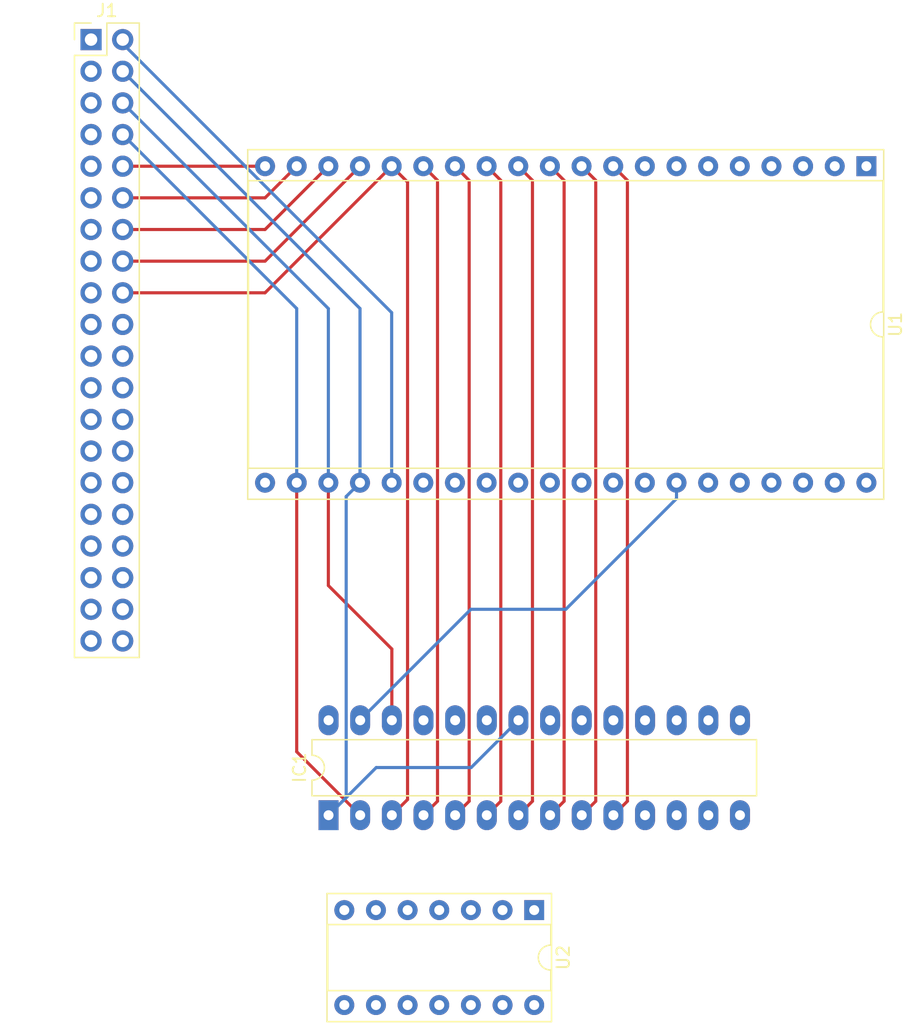
<source format=kicad_pcb>
(kicad_pcb (version 20211014) (generator pcbnew)
  (layers (0 "F.Cu" signal) (1 "In1.Cu" signal) (2 "In2.Cu" signal) (3 "In3.Cu" signal) (4 "In4.Cu" signal) (31 "B.Cu" signal) (34 "B.Paste" user) (35 "F.Paste" user) (36 "B.SilkS" user "B.Silkscreen") (37 "F.SilkS" user "F.Silkscreen") (38 "B.Mask" user) (39 "F.Mask" user) (44 "Edge.Cuts" user))
  (net 0 "")
  (net 17 "/A14")
  (net 18 "/A12")
  (net 19 "/A7")
  (net 20 "/A6")
  (net 21 "/A5")
  (net 22 "/A4")
  (net 23 "/A3")
  (net 24 "/A2")
  (net 25 "/A1")
  (net 26 "/A0")
  (net 27 "/D0")
  (net 28 "/D1")
  (net 29 "/D2")
  (net 31 "/D3")
  (net 32 "/D4")
  (net 33 "/D5")
  (net 34 "/D6")
  (net 35 "/D7")
  (net 36 "Net-(IC1-Pad20)")
  (net 37 "/A10")
  (net 38 "/A11")
  (net 39 "/A9")
  (net 40 "/A8")
  (net 41 "/A13")
  (net 42 "/R{slash}W")
  (net 44 "/A15")
  (net 45 "/phi2")
  (net 46 "/phi1")
  (net 47 "/irq")
  (net 48 "/nmi")
  (net 49 "/res")
  (net 54 "Net-(U2-Pad3)")
  (footprint "Connector_PinHeader_2.54mm:PinHeader_2x20_P2.54mm_Vertical" (layer "F.Cu") (at 162.56 81.28)
    (fp_text reference "J1" (at 1.27 -2.33) (layer "F.SilkS"))
    (fp_text value "Conn_02x20_Odd_Even")
    (fp_line (start 3.87 -1.33) (end 3.87 49.59) (layer "F.SilkS") (width 0.12))
    (fp_line (start -1.33 -1.33) (end 0 -1.33) (layer "F.SilkS") (width 0.12))
    (fp_line (start -1.33 0) (end -1.33 -1.33) (layer "F.SilkS") (width 0.12))
    (fp_line (start -1.33 49.59) (end 3.87 49.59) (layer "F.SilkS") (width 0.12))
    (fp_line (start -1.33 1.27) (end -1.33 49.59) (layer "F.SilkS") (width 0.12))
    (fp_line (start 1.27 1.27) (end 1.27 -1.33) (layer "F.SilkS") (width 0.12))
    (fp_line (start 1.27 -1.33) (end 3.87 -1.33) (layer "F.SilkS") (width 0.12))
    (fp_line (start -1.33 1.27) (end 1.27 1.27) (layer "F.SilkS") (width 0.12))
    (pad "1" thru_hole rect (at 0 0) (size 1.7 1.7) (drill 1) (layers *.Cu *.Mask) (net 27 "/D0"))
    (pad "2" thru_hole oval (at 2.54 0) (size 1.7 1.7) (drill 1) (layers *.Cu *.Mask) (net 44 "/A15"))
    (pad "3" thru_hole oval (at 0 2.54) (size 1.7 1.7) (drill 1) (layers *.Cu *.Mask) (net 28 "/D1"))
    (pad "4" thru_hole oval (at 2.54 2.54) (size 1.7 1.7) (drill 1) (layers *.Cu *.Mask) (net 17 "/A14"))
    (pad "5" thru_hole oval (at 0 5.08) (size 1.7 1.7) (drill 1) (layers *.Cu *.Mask) (net 29 "/D2"))
    (pad "6" thru_hole oval (at 2.54 5.08) (size 1.7 1.7) (drill 1) (layers *.Cu *.Mask) (net 41 "/A13"))
    (pad "7" thru_hole oval (at 0 7.62) (size 1.7 1.7) (drill 1) (layers *.Cu *.Mask) (net 31 "/D3"))
    (pad "8" thru_hole oval (at 2.54 7.62) (size 1.7 1.7) (drill 1) (layers *.Cu *.Mask) (net 18 "/A12"))
    (pad "9" thru_hole oval (at 0 10.16) (size 1.7 1.7) (drill 1) (layers *.Cu *.Mask) (net 32 "/D4"))
    (pad "10" thru_hole oval (at 2.54 10.16) (size 1.7 1.7) (drill 1) (layers *.Cu *.Mask) (net 38 "/A11"))
    (pad "11" thru_hole oval (at 0 12.7) (size 1.7 1.7) (drill 1) (layers *.Cu *.Mask) (net 33 "/D5"))
    (pad "12" thru_hole oval (at 2.54 12.7) (size 1.7 1.7) (drill 1) (layers *.Cu *.Mask) (net 37 "/A10"))
    (pad "13" thru_hole oval (at 0 15.24) (size 1.7 1.7) (drill 1) (layers *.Cu *.Mask) (net 34 "/D6"))
    (pad "14" thru_hole oval (at 2.54 15.24) (size 1.7 1.7) (drill 1) (layers *.Cu *.Mask) (net 39 "/A9"))
    (pad "15" thru_hole oval (at 0 17.78) (size 1.7 1.7) (drill 1) (layers *.Cu *.Mask) (net 35 "/D7"))
    (pad "16" thru_hole oval (at 2.54 17.78) (size 1.7 1.7) (drill 1) (layers *.Cu *.Mask) (net 40 "/A8"))
    (pad "17" thru_hole oval (at 0 20.32) (size 1.7 1.7) (drill 1) (layers *.Cu *.Mask) (net 42 "/R{slash}W"))
    (pad "18" thru_hole oval (at 2.54 20.32) (size 1.7 1.7) (drill 1) (layers *.Cu *.Mask) (net 19 "/A7"))
    (pad "19" thru_hole oval (at 0 22.86) (size 1.7 1.7) (drill 1) (layers *.Cu *.Mask) (net 45 "/phi2"))
    (pad "20" thru_hole oval (at 2.54 22.86) (size 1.7 1.7) (drill 1) (layers *.Cu *.Mask) (net 20 "/A6"))
    (pad "21" thru_hole oval (at 0 25.4) (size 1.7 1.7) (drill 1) (layers *.Cu *.Mask) (net 46 "/phi1"))
    (pad "22" thru_hole oval (at 2.54 25.4) (size 1.7 1.7) (drill 1) (layers *.Cu *.Mask) (net 21 "/A5"))
    (pad "23" thru_hole oval (at 0 27.94) (size 1.7 1.7) (drill 1) (layers *.Cu *.Mask) (net 47 "/irq"))
    (pad "24" thru_hole oval (at 2.54 27.94) (size 1.7 1.7) (drill 1) (layers *.Cu *.Mask) (net 22 "/A4"))
    (pad "25" thru_hole oval (at 0 30.48) (size 1.7 1.7) (drill 1) (layers *.Cu *.Mask) (net 48 "/nmi"))
    (pad "26" thru_hole oval (at 2.54 30.48) (size 1.7 1.7) (drill 1) (layers *.Cu *.Mask) (net 23 "/A3"))
    (pad "27" thru_hole oval (at 0 33.02) (size 1.7 1.7) (drill 1) (layers *.Cu *.Mask) (net 49 "/res"))
    (pad "28" thru_hole oval (at 2.54 33.02) (size 1.7 1.7) (drill 1) (layers *.Cu *.Mask) (net 24 "/A2"))
    (pad "29" thru_hole oval (at 0 35.56) (size 1.7 1.7) (drill 1) (layers *.Cu *.Mask))
    (pad "30" thru_hole oval (at 2.54 35.56) (size 1.7 1.7) (drill 1) (layers *.Cu *.Mask) (net 25 "/A1"))
    (pad "31" thru_hole oval (at 0 38.1) (size 1.7 1.7) (drill 1) (layers *.Cu *.Mask))
    (pad "32" thru_hole oval (at 2.54 38.1) (size 1.7 1.7) (drill 1) (layers *.Cu *.Mask) (net 26 "/A0"))
    (pad "33" thru_hole oval (at 0 40.64) (size 1.7 1.7) (drill 1) (layers *.Cu *.Mask))
    (pad "34" thru_hole oval (at 2.54 40.64) (size 1.7 1.7) (drill 1) (layers *.Cu *.Mask))
    (pad "35" thru_hole oval (at 0 43.18) (size 1.7 1.7) (drill 1) (layers *.Cu *.Mask))
    (pad "36" thru_hole oval (at 2.54 43.18) (size 1.7 1.7) (drill 1) (layers *.Cu *.Mask))
    (pad "37" thru_hole oval (at 0 45.72) (size 1.7 1.7) (drill 1) (layers *.Cu *.Mask))
    (pad "38" thru_hole oval (at 2.54 45.72) (size 1.7 1.7) (drill 1) (layers *.Cu *.Mask))
    (pad "39" thru_hole oval (at 0 48.26) (size 1.7 1.7) (drill 1) (layers *.Cu *.Mask))
    (pad "40" thru_hole oval (at 2.54 48.26) (size 1.7 1.7) (drill 1) (layers *.Cu *.Mask))
  )
  (footprint "Package_DIP:DIP-28_W7.62mm_LongPads" (layer "F.Cu") (at 181.62 143.525 90)
    (fp_text reference "IC1" (at 3.81 -2.33 90) (layer "F.SilkS"))
    (fp_text value "71256SA20TPGI")
    (fp_line (start 1.56 34.35) (end 6.06 34.35) (layer "F.SilkS") (width 0.12))
    (fp_line (start 6.06 -1.33) (end 4.81 -1.33) (layer "F.SilkS") (width 0.12))
    (fp_line (start 1.56 -1.33) (end 1.56 34.35) (layer "F.SilkS") (width 0.12))
    (fp_line (start 6.06 34.35) (end 6.06 -1.33) (layer "F.SilkS") (width 0.12))
    (fp_line (start 2.81 -1.33) (end 1.56 -1.33) (layer "F.SilkS") (width 0.12))
    (fp_arc (start 4.81 -1.33) (mid 3.81 -0.33) (end 2.81 -1.33) (layer "F.SilkS") (width 0.12))
    (pad "1" thru_hole rect (at 0 0 90) (size 2.4 1.6) (drill 0.8) (layers *.Cu *.Mask) (net 17 "/A14"))
    (pad "2" thru_hole oval (at 0 2.54 90) (size 2.4 1.6) (drill 0.8) (layers *.Cu *.Mask) (net 18 "/A12"))
    (pad "3" thru_hole oval (at 0 5.08 90) (size 2.4 1.6) (drill 0.8) (layers *.Cu *.Mask) (net 19 "/A7"))
    (pad "4" thru_hole oval (at 0 7.62 90) (size 2.4 1.6) (drill 0.8) (layers *.Cu *.Mask) (net 20 "/A6"))
    (pad "5" thru_hole oval (at 0 10.16 90) (size 2.4 1.6) (drill 0.8) (layers *.Cu *.Mask) (net 21 "/A5"))
    (pad "6" thru_hole oval (at 0 12.7 90) (size 2.4 1.6) (drill 0.8) (layers *.Cu *.Mask) (net 22 "/A4"))
    (pad "7" thru_hole oval (at 0 15.24 90) (size 2.4 1.6) (drill 0.8) (layers *.Cu *.Mask) (net 23 "/A3"))
    (pad "8" thru_hole oval (at 0 17.78 90) (size 2.4 1.6) (drill 0.8) (layers *.Cu *.Mask) (net 24 "/A2"))
    (pad "9" thru_hole oval (at 0 20.32 90) (size 2.4 1.6) (drill 0.8) (layers *.Cu *.Mask) (net 25 "/A1"))
    (pad "10" thru_hole oval (at 0 22.86 90) (size 2.4 1.6) (drill 0.8) (layers *.Cu *.Mask) (net 26 "/A0"))
    (pad "11" thru_hole oval (at 0 25.4 90) (size 2.4 1.6) (drill 0.8) (layers *.Cu *.Mask) (net 27 "/D0"))
    (pad "12" thru_hole oval (at 0 27.94 90) (size 2.4 1.6) (drill 0.8) (layers *.Cu *.Mask) (net 28 "/D1"))
    (pad "13" thru_hole oval (at 0 30.48 90) (size 2.4 1.6) (drill 0.8) (layers *.Cu *.Mask) (net 29 "/D2"))
    (pad "14" thru_hole oval (at 0 33.02 90) (size 2.4 1.6) (drill 0.8) (layers *.Cu *.Mask))
    (pad "15" thru_hole oval (at 7.62 33.02 90) (size 2.4 1.6) (drill 0.8) (layers *.Cu *.Mask) (net 31 "/D3"))
    (pad "16" thru_hole oval (at 7.62 30.48 90) (size 2.4 1.6) (drill 0.8) (layers *.Cu *.Mask) (net 32 "/D4"))
    (pad "17" thru_hole oval (at 7.62 27.94 90) (size 2.4 1.6) (drill 0.8) (layers *.Cu *.Mask) (net 33 "/D5"))
    (pad "18" thru_hole oval (at 7.62 25.4 90) (size 2.4 1.6) (drill 0.8) (layers *.Cu *.Mask) (net 34 "/D6"))
    (pad "19" thru_hole oval (at 7.62 22.86 90) (size 2.4 1.6) (drill 0.8) (layers *.Cu *.Mask) (net 35 "/D7"))
    (pad "20" thru_hole oval (at 7.62 20.32 90) (size 2.4 1.6) (drill 0.8) (layers *.Cu *.Mask) (net 36 "Net-(IC1-Pad20)"))
    (pad "21" thru_hole oval (at 7.62 17.78 90) (size 2.4 1.6) (drill 0.8) (layers *.Cu *.Mask) (net 37 "/A10"))
    (pad "22" thru_hole oval (at 7.62 15.24 90) (size 2.4 1.6) (drill 0.8) (layers *.Cu *.Mask) (net 17 "/A14"))
    (pad "23" thru_hole oval (at 7.62 12.7 90) (size 2.4 1.6) (drill 0.8) (layers *.Cu *.Mask) (net 38 "/A11"))
    (pad "24" thru_hole oval (at 7.62 10.16 90) (size 2.4 1.6) (drill 0.8) (layers *.Cu *.Mask) (net 39 "/A9"))
    (pad "25" thru_hole oval (at 7.62 7.62 90) (size 2.4 1.6) (drill 0.8) (layers *.Cu *.Mask) (net 40 "/A8"))
    (pad "26" thru_hole oval (at 7.62 5.08 90) (size 2.4 1.6) (drill 0.8) (layers *.Cu *.Mask) (net 41 "/A13"))
    (pad "27" thru_hole oval (at 7.62 2.54 90) (size 2.4 1.6) (drill 0.8) (layers *.Cu *.Mask) (net 42 "/R{slash}W"))
    (pad "28" thru_hole oval (at 7.62 0 90) (size 2.4 1.6) (drill 0.8) (layers *.Cu *.Mask))
  )
  (footprint "Package_DIP:DIP-40_W25.4mm_Socket" (layer "F.Cu") (at 224.785 91.44 -90)
    (fp_text reference "U1" (at 12.7 -2.33 90) (layer "F.SilkS"))
    (fp_text value "W65C02SxP")
    (fp_line (start 1.16 49.59) (end 24.24 49.59) (layer "F.SilkS") (width 0.12))
    (fp_line (start 26.73 49.65) (end 26.73 -1.39) (layer "F.SilkS") (width 0.12))
    (fp_line (start 11.7 -1.33) (end 1.16 -1.33) (layer "F.SilkS") (width 0.12))
    (fp_line (start -1.33 49.65) (end 26.73 49.65) (layer "F.SilkS") (width 0.12))
    (fp_line (start 26.73 -1.39) (end -1.33 -1.39) (layer "F.SilkS") (width 0.12))
    (fp_line (start 24.24 49.59) (end 24.24 -1.33) (layer "F.SilkS") (width 0.12))
    (fp_line (start 24.24 -1.33) (end 13.7 -1.33) (layer "F.SilkS") (width 0.12))
    (fp_line (start 1.16 -1.33) (end 1.16 49.59) (layer "F.SilkS") (width 0.12))
    (fp_line (start -1.33 -1.39) (end -1.33 49.65) (layer "F.SilkS") (width 0.12))
    (fp_arc (start 13.7 -1.33) (mid 12.7 -0.33) (end 11.7 -1.33) (layer "F.SilkS") (width 0.12))
    (pad "1" thru_hole rect (at 0 0 270) (size 1.6 1.6) (drill 0.8) (layers *.Cu *.Mask))
    (pad "2" thru_hole oval (at 0 2.54 270) (size 1.6 1.6) (drill 0.8) (layers *.Cu *.Mask))
    (pad "3" thru_hole oval (at 0 5.08 270) (size 1.6 1.6) (drill 0.8) (layers *.Cu *.Mask) (net 46 "/phi1"))
    (pad "4" thru_hole oval (at 0 7.62 270) (size 1.6 1.6) (drill 0.8) (layers *.Cu *.Mask) (net 47 "/irq"))
    (pad "5" thru_hole oval (at 0 10.16 270) (size 1.6 1.6) (drill 0.8) (layers *.Cu *.Mask))
    (pad "6" thru_hole oval (at 0 12.7 270) (size 1.6 1.6) (drill 0.8) (layers *.Cu *.Mask) (net 48 "/nmi"))
    (pad "7" thru_hole oval (at 0 15.24 270) (size 1.6 1.6) (drill 0.8) (layers *.Cu *.Mask))
    (pad "8" thru_hole oval (at 0 17.78 270) (size 1.6 1.6) (drill 0.8) (layers *.Cu *.Mask))
    (pad "9" thru_hole oval (at 0 20.32 270) (size 1.6 1.6) (drill 0.8) (layers *.Cu *.Mask) (net 26 "/A0"))
    (pad "10" thru_hole oval (at 0 22.86 270) (size 1.6 1.6) (drill 0.8) (layers *.Cu *.Mask) (net 25 "/A1"))
    (pad "11" thru_hole oval (at 0 25.4 270) (size 1.6 1.6) (drill 0.8) (layers *.Cu *.Mask) (net 24 "/A2"))
    (pad "12" thru_hole oval (at 0 27.94 270) (size 1.6 1.6) (drill 0.8) (layers *.Cu *.Mask) (net 23 "/A3"))
    (pad "13" thru_hole oval (at 0 30.48 270) (size 1.6 1.6) (drill 0.8) (layers *.Cu *.Mask) (net 22 "/A4"))
    (pad "14" thru_hole oval (at 0 33.02 270) (size 1.6 1.6) (drill 0.8) (layers *.Cu *.Mask) (net 21 "/A5"))
    (pad "15" thru_hole oval (at 0 35.56 270) (size 1.6 1.6) (drill 0.8) (layers *.Cu *.Mask) (net 20 "/A6"))
    (pad "16" thru_hole oval (at 0 38.1 270) (size 1.6 1.6) (drill 0.8) (layers *.Cu *.Mask) (net 19 "/A7"))
    (pad "17" thru_hole oval (at 0 40.64 270) (size 1.6 1.6) (drill 0.8) (layers *.Cu *.Mask) (net 40 "/A8"))
    (pad "18" thru_hole oval (at 0 43.18 270) (size 1.6 1.6) (drill 0.8) (layers *.Cu *.Mask) (net 39 "/A9"))
    (pad "19" thru_hole oval (at 0 45.72 270) (size 1.6 1.6) (drill 0.8) (layers *.Cu *.Mask) (net 37 "/A10"))
    (pad "20" thru_hole oval (at 0 48.26 270) (size 1.6 1.6) (drill 0.8) (layers *.Cu *.Mask) (net 38 "/A11"))
    (pad "21" thru_hole oval (at 25.4 48.26 270) (size 1.6 1.6) (drill 0.8) (layers *.Cu *.Mask))
    (pad "22" thru_hole oval (at 25.4 45.72 270) (size 1.6 1.6) (drill 0.8) (layers *.Cu *.Mask) (net 18 "/A12"))
    (pad "23" thru_hole oval (at 25.4 43.18 270) (size 1.6 1.6) (drill 0.8) (layers *.Cu *.Mask) (net 41 "/A13"))
    (pad "24" thru_hole oval (at 25.4 40.64 270) (size 1.6 1.6) (drill 0.8) (layers *.Cu *.Mask) (net 17 "/A14"))
    (pad "25" thru_hole oval (at 25.4 38.1 270) (size 1.6 1.6) (drill 0.8) (layers *.Cu *.Mask) (net 44 "/A15"))
    (pad "26" thru_hole oval (at 25.4 35.56 270) (size 1.6 1.6) (drill 0.8) (layers *.Cu *.Mask) (net 35 "/D7"))
    (pad "27" thru_hole oval (at 25.4 33.02 270) (size 1.6 1.6) (drill 0.8) (layers *.Cu *.Mask) (net 34 "/D6"))
    (pad "28" thru_hole oval (at 25.4 30.48 270) (size 1.6 1.6) (drill 0.8) (layers *.Cu *.Mask) (net 33 "/D5"))
    (pad "29" thru_hole oval (at 25.4 27.94 270) (size 1.6 1.6) (drill 0.8) (layers *.Cu *.Mask) (net 32 "/D4"))
    (pad "30" thru_hole oval (at 25.4 25.4 270) (size 1.6 1.6) (drill 0.8) (layers *.Cu *.Mask) (net 31 "/D3"))
    (pad "31" thru_hole oval (at 25.4 22.86 270) (size 1.6 1.6) (drill 0.8) (layers *.Cu *.Mask) (net 29 "/D2"))
    (pad "32" thru_hole oval (at 25.4 20.32 270) (size 1.6 1.6) (drill 0.8) (layers *.Cu *.Mask) (net 28 "/D1"))
    (pad "33" thru_hole oval (at 25.4 17.78 270) (size 1.6 1.6) (drill 0.8) (layers *.Cu *.Mask) (net 27 "/D0"))
    (pad "34" thru_hole oval (at 25.4 15.24 270) (size 1.6 1.6) (drill 0.8) (layers *.Cu *.Mask) (net 42 "/R{slash}W"))
    (pad "35" thru_hole oval (at 25.4 12.7 270) (size 1.6 1.6) (drill 0.8) (layers *.Cu *.Mask))
    (pad "36" thru_hole oval (at 25.4 10.16 270) (size 1.6 1.6) (drill 0.8) (layers *.Cu *.Mask))
    (pad "37" thru_hole oval (at 25.4 7.62 270) (size 1.6 1.6) (drill 0.8) (layers *.Cu *.Mask))
    (pad "38" thru_hole oval (at 25.4 5.08 270) (size 1.6 1.6) (drill 0.8) (layers *.Cu *.Mask))
    (pad "39" thru_hole oval (at 25.4 2.54 270) (size 1.6 1.6) (drill 0.8) (layers *.Cu *.Mask) (net 45 "/phi2"))
    (pad "40" thru_hole oval (at 25.4 0 270) (size 1.6 1.6) (drill 0.8) (layers *.Cu *.Mask) (net 49 "/res"))
  )
  (footprint "Package_DIP:DIP-14_W7.62mm_Socket" (layer "F.Cu") (at 198.125 151.14 -90)
    (fp_text reference "U2" (at 3.81 -2.33 90) (layer "F.SilkS"))
    (fp_text value "74HC00")
    (fp_line (start 6.46 16.57) (end 6.46 -1.33) (layer "F.SilkS") (width 0.12))
    (fp_line (start 8.95 -1.39) (end -1.33 -1.39) (layer "F.SilkS") (width 0.12))
    (fp_line (start 2.81 -1.33) (end 1.16 -1.33) (layer "F.SilkS") (width 0.12))
    (fp_line (start 8.95 16.63) (end 8.95 -1.39) (layer "F.SilkS") (width 0.12))
    (fp_line (start -1.33 -1.39) (end -1.33 16.63) (layer "F.SilkS") (width 0.12))
    (fp_line (start -1.33 16.63) (end 8.95 16.63) (layer "F.SilkS") (width 0.12))
    (fp_line (start 1.16 16.57) (end 6.46 16.57) (layer "F.SilkS") (width 0.12))
    (fp_line (start 6.46 -1.33) (end 4.81 -1.33) (layer "F.SilkS") (width 0.12))
    (fp_line (start 1.16 -1.33) (end 1.16 16.57) (layer "F.SilkS") (width 0.12))
    (fp_arc (start 4.81 -1.33) (mid 3.81 -0.33) (end 2.81 -1.33) (layer "F.SilkS") (width 0.12))
    (pad "1" thru_hole rect (at 0 0 270) (size 1.6 1.6) (drill 0.8) (layers *.Cu *.Mask) (net 44 "/A15"))
    (pad "2" thru_hole oval (at 0 2.54 270) (size 1.6 1.6) (drill 0.8) (layers *.Cu *.Mask) (net 44 "/A15"))
    (pad "3" thru_hole oval (at 0 5.08 270) (size 1.6 1.6) (drill 0.8) (layers *.Cu *.Mask) (net 54 "Net-(U2-Pad3)"))
    (pad "4" thru_hole oval (at 0 7.62 270) (size 1.6 1.6) (drill 0.8) (layers *.Cu *.Mask) (net 45 "/phi2"))
    (pad "5" thru_hole oval (at 0 10.16 270) (size 1.6 1.6) (drill 0.8) (layers *.Cu *.Mask) (net 54 "Net-(U2-Pad3)"))
    (pad "6" thru_hole oval (at 0 12.7 270) (size 1.6 1.6) (drill 0.8) (layers *.Cu *.Mask) (net 36 "Net-(IC1-Pad20)"))
    (pad "7" thru_hole oval (at 0 15.24 270) (size 1.6 1.6) (drill 0.8) (layers *.Cu *.Mask))
    (pad "8" thru_hole oval (at 7.62 15.24 270) (size 1.6 1.6) (drill 0.8) (layers *.Cu *.Mask))
    (pad "9" thru_hole oval (at 7.62 12.7 270) (size 1.6 1.6) (drill 0.8) (layers *.Cu *.Mask))
    (pad "10" thru_hole oval (at 7.62 10.16 270) (size 1.6 1.6) (drill 0.8) (layers *.Cu *.Mask))
    (pad "11" thru_hole oval (at 7.62 7.62 270) (size 1.6 1.6) (drill 0.8) (layers *.Cu *.Mask))
    (pad "12" thru_hole oval (at 7.62 5.08 270) (size 1.6 1.6) (drill 0.8) (layers *.Cu *.Mask))
    (pad "13" thru_hole oval (at 7.62 2.54 270) (size 1.6 1.6) (drill 0.8) (layers *.Cu *.Mask))
    (pad "14" thru_hole oval (at 7.62 0 270) (size 1.6 1.6) (drill 0.8) (layers *.Cu *.Mask))
  )
  (segment (start 183.03548 117.94952) (end 184.145 116.84) (width 0.25) (layer "B.Cu") (net 17))
  (segment (start 185.445 139.7) (end 193.065 139.7) (width 0.25) (layer "B.Cu") (net 17))
  (segment (start 193.065 139.7) (end 196.86 135.905) (width 0.25) (layer "B.Cu") (net 17))
  (segment (start 181.62 143.525) (end 183.03548 142.10952) (width 0.25) (layer "B.Cu") (net 17))
  (segment (start 165.1 83.82) (end 184.145 102.865) (width 0.25) (layer "B.Cu") (net 17))
  (segment (start 183.03548 142.10952) (end 183.03548 117.94952) (width 0.25) (layer "B.Cu") (net 17))
  (segment (start 184.145 102.865) (end 184.145 116.84) (width 0.25) (layer "B.Cu") (net 17))
  (segment (start 181.62 143.525) (end 185.445 139.7) (width 0.25) (layer "B.Cu") (net 17))
  (segment (start 184.16 143.525) (end 179.065 138.43) (width 0.25) (layer "F.Cu") (net 18))
  (segment (start 179.065 138.43) (end 179.065 116.84) (width 0.25) (layer "F.Cu") (net 18))
  (segment (start 179.065 102.865) (end 179.065 116.84) (width 0.25) (layer "B.Cu") (net 18))
  (segment (start 165.1 88.9) (end 179.065 102.865) (width 0.25) (layer "B.Cu") (net 18))
  (segment (start 187.96 92.715) (end 186.685 91.44) (width 0.25) (layer "F.Cu") (net 19))
  (segment (start 176.525 101.6) (end 186.685 91.44) (width 0.25) (layer "F.Cu") (net 19))
  (segment (start 187.96 142.265) (end 187.96 92.715) (width 0.25) (layer "F.Cu") (net 19))
  (segment (start 165.1 101.6) (end 176.525 101.6) (width 0.25) (layer "F.Cu") (net 19))
  (segment (start 186.7 143.525) (end 187.96 142.265) (width 0.25) (layer "F.Cu") (net 19))
  (segment (start 189.225 91.44) (end 190.36452 92.57952) (width 0.25) (layer "F.Cu") (net 20))
  (segment (start 190.36452 92.57952) (end 190.36452 142.40048) (width 0.25) (layer "F.Cu") (net 20))
  (segment (start 190.36452 142.40048) (end 189.24 143.525) (width 0.25) (layer "F.Cu") (net 20))
  (segment (start 191.765 91.44) (end 192.90452 92.57952) (width 0.25) (layer "F.Cu") (net 21))
  (segment (start 192.90452 92.57952) (end 192.90452 142.40048) (width 0.25) (layer "F.Cu") (net 21))
  (segment (start 192.90452 142.40048) (end 191.78 143.525) (width 0.25) (layer "F.Cu") (net 21))
  (segment (start 194.305 91.44) (end 195.44452 92.57952) (width 0.25) (layer "F.Cu") (net 22))
  (segment (start 195.44452 142.40048) (end 194.32 143.525) (width 0.25) (layer "F.Cu") (net 22))
  (segment (start 195.44452 92.57952) (end 195.44452 142.40048) (width 0.25) (layer "F.Cu") (net 22))
  (segment (start 197.98452 92.57952) (end 197.98452 142.40048) (width 0.25) (layer "F.Cu") (net 23))
  (segment (start 196.845 91.44) (end 197.98452 92.57952) (width 0.25) (layer "F.Cu") (net 23))
  (segment (start 197.98452 142.40048) (end 196.86 143.525) (width 0.25) (layer "F.Cu") (net 23))
  (segment (start 200.52452 142.40048) (end 199.4 143.525) (width 0.25) (layer "F.Cu") (net 24))
  (segment (start 199.385 91.44) (end 200.52452 92.57952) (width 0.25) (layer "F.Cu") (net 24))
  (segment (start 200.52452 92.57952) (end 200.52452 142.40048) (width 0.25) (layer "F.Cu") (net 24))
  (segment (start 203.06452 142.40048) (end 201.94 143.525) (width 0.25) (layer "F.Cu") (net 25))
  (segment (start 201.925 91.44) (end 203.06452 92.57952) (width 0.25) (layer "F.Cu") (net 25))
  (segment (start 203.06452 92.57952) (end 203.06452 142.40048) (width 0.25) (layer "F.Cu") (net 25))
  (segment (start 204.465 91.44) (end 205.60452 92.57952) (width 0.25) (layer "F.Cu") (net 26))
  (segment (start 205.60452 92.57952) (end 205.60452 142.40048) (width 0.25) (layer "F.Cu") (net 26))
  (segment (start 205.60452 142.40048) (end 204.48 143.525) (width 0.25) (layer "F.Cu") (net 26))
  (segment (start 165.1 93.98) (end 176.525 93.98) (width 0.25) (layer "F.Cu") (net 37))
  (segment (start 176.525 93.98) (end 179.065 91.44) (width 0.25) (layer "F.Cu") (net 37))
  (segment (start 165.1 91.44) (end 176.525 91.44) (width 0.25) (layer "F.Cu") (net 38))
  (segment (start 176.525 96.52) (end 181.605 91.44) (width 0.25) (layer "F.Cu") (net 39))
  (segment (start 165.1 96.52) (end 176.525 96.52) (width 0.25) (layer "F.Cu") (net 39))
  (segment (start 176.525 99.06) (end 184.145 91.44) (width 0.25) (layer "F.Cu") (net 40))
  (segment (start 165.1 99.06) (end 176.525 99.06) (width 0.25) (layer "F.Cu") (net 40))
  (segment (start 186.7 130.1875) (end 181.605 125.0925) (width 0.25) (layer "F.Cu") (net 41))
  (segment (start 186.7 135.905) (end 186.7 130.1875) (width 0.25) (layer "F.Cu") (net 41))
  (segment (start 181.605 125.0925) (end 181.605 116.84) (width 0.25) (layer "F.Cu") (net 41))
  (segment (start 181.605 102.865) (end 181.605 116.84) (width 0.25) (layer "B.Cu") (net 41))
  (segment (start 165.1 86.36) (end 181.605 102.865) (width 0.25) (layer "B.Cu") (net 41))
  (segment (start 184.16 135.88) (end 193.04 127) (width 0.25) (layer "B.Cu") (net 42))
  (segment (start 193.04 127) (end 200.66 127) (width 0.25) (layer "B.Cu") (net 42))
  (segment (start 209.545 118.115) (end 209.545 116.84) (width 0.25) (layer "B.Cu") (net 42))
  (segment (start 200.66 127) (end 209.545 118.115) (width 0.25) (layer "B.Cu") (net 42))
  (segment (start 184.16 135.905) (end 184.16 135.88) (width 0.25) (layer "B.Cu") (net 42))
  (segment (start 165.1 81.6053) (end 186.685 103.1903) (width 0.25) (layer "B.Cu") (net 44))
  (segment (start 165.1 81.28) (end 165.1 81.6053) (width 0.25) (layer "B.Cu") (net 44))
  (segment (start 186.685 103.1903) (end 186.685 116.84) (width 0.25) (layer "B.Cu") (net 44))
)
</source>
